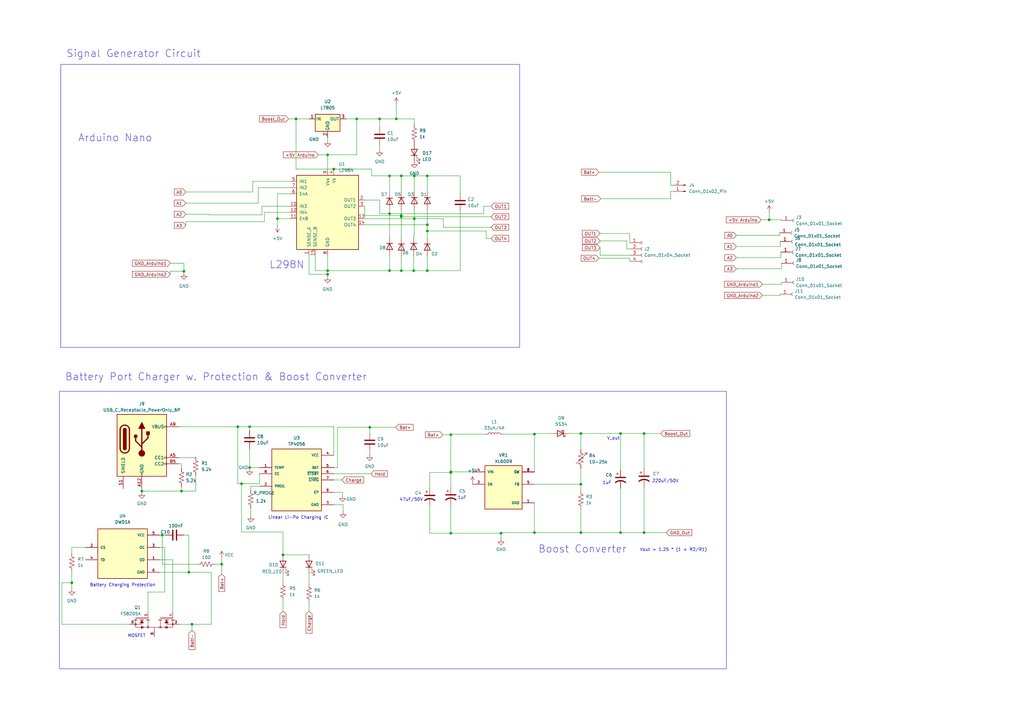
<source format=kicad_sch>
(kicad_sch (version 20230121) (generator eeschema)
  (paper "A3")
  (lib_symbols
    (symbol "Connector:Conn_01x01_Socket" (pin_names (offset 1.016) hide)
      (property "Reference" "J" (at 0 2.54 0))
      (property "Value" "Conn_01x01_Socket" (at 0 -2.54 0))
      (symbol "Conn_01x01_Socket_1_1"
        (pin passive line (at -5.08 0 0) (length 3.81) (name "Pin_1") (number "1"))
      )
    )
    (symbol "Connector:Conn_01x02_Pin" (pin_names (offset 1.016) hide)
      (property "Reference" "J" (at 0 2.54 0))
      (property "Value" "Conn_01x02_Pin" (at 0 -5.08 0))
      (symbol "Conn_01x02_Pin_1_1"
        (pin passive line (at 5.08 0 180) (length 3.81) (name "Pin_1") (number "1"))
        (pin passive line (at 5.08 -2.54 180) (length 3.81) (name "Pin_2") (number "2"))
      )
    )
    (symbol "Connector:Conn_01x04_Socket" (pin_names (offset 1.016) hide)
      (property "Reference" "J" (at 0 5.08 0))
      (property "Value" "Conn_01x04_Socket" (at 0 -7.62 0))
      (symbol "Conn_01x04_Socket_1_1"
        (pin passive line (at -5.08 2.54 0) (length 3.81) (name "Pin_1") (number "1"))
        (pin passive line (at -5.08 0 0) (length 3.81) (name "Pin_2") (number "2"))
        (pin passive line (at -5.08 -2.54 0) (length 3.81) (name "Pin_3") (number "3"))
        (pin passive line (at -5.08 -5.08 0) (length 3.81) (name "Pin_4") (number "4"))
      )
    )
    (symbol "Connector:USB_C_Receptacle_PowerOnly_6P" (pin_names (offset 1.016))
      (property "Reference" "J" (at 0 16.51 0))
      (property "Value" "USB_C_Receptacle_PowerOnly_6P" (at 0 13.97 0))
      (symbol "USB_C_Receptacle_PowerOnly_6P_1_1"
        (pin passive line (at 0 -17.78 90) (length 5.08) (name "GND") (number "A12"))
        (pin bidirectional line (at 15.24 -5.08 180) (length 5.08) (name "CC1") (number "A5"))
        (pin passive line (at 15.24 7.62 180) (length 5.08) (name "VBUS") (number "A9"))
        (pin passive line (at 0 -17.78 90) (length 5.08) hide (name "GND") (number "B12"))
        (pin bidirectional line (at 15.24 -7.62 180) (length 5.08) (name "CC2") (number "B5"))
        (pin passive line (at 15.24 7.62 180) (length 5.08) hide (name "VBUS") (number "B9"))
        (pin passive line (at -7.62 -17.78 90) (length 5.08) (name "SHIELD") (number "S1"))
      )
    )
    (symbol "DW01A:DW01A" (pin_names (offset 1.016))
      (property "Reference" "U" (at -10.16 11.43 0))
      (property "Value" "DW01A" (at -10.16 -12.7 0))
      (symbol "DW01A_0_0"
        (pin output line (at 15.24 -2.54 180) (length 5.08) (name "OD") (number "1"))
        (pin input line (at -15.24 2.54 0) (length 5.08) (name "CS") (number "2"))
        (pin output line (at 15.24 2.54 180) (length 5.08) (name "OC") (number "3"))
        (pin passive line (at -15.24 -2.54 0) (length 5.08) (name "TD") (number "4"))
        (pin power_in line (at 15.24 7.62 180) (length 5.08) (name "VCC") (number "5"))
        (pin power_in line (at 15.24 -7.62 180) (length 5.08) (name "GND") (number "6"))
      )
    )
    (symbol "Device:C" (pin_numbers hide) (pin_names (offset 0.254))
      (property "Reference" "C" (at 0.635 2.54 0))
      (property "Value" "C" (at 0.635 -2.54 0))
      (symbol "C_1_1"
        (pin passive line (at 0 3.81 270) (length 2.794) (name "~") (number "1"))
        (pin passive line (at 0 -3.81 90) (length 2.794) (name "~") (number "2"))
      )
    )
    (symbol "Device:C_Polarized_US" (pin_numbers hide) (pin_names (offset 0.254) hide)
      (property "Reference" "C" (at 0.635 2.54 0))
      (property "Value" "C_Polarized_US" (at 0.635 -2.54 0))
      (symbol "C_Polarized_US_1_1"
        (pin passive line (at 0 3.81 270) (length 2.794) (name "~") (number "1"))
        (pin passive line (at 0 -3.81 90) (length 3.302) (name "~") (number "2"))
      )
    )
    (symbol "Device:D_Schottky" (pin_numbers hide) (pin_names (offset 1.016) hide)
      (property "Reference" "D9" (at -0.3175 -6.096 0))
      (property "Value" "1N5824" (at -0.3175 -3.556 0))
      (symbol "D_Schottky_1_1"
        (pin passive line (at -3.81 0 0) (length 2.54) (name "A") (number "1"))
        (pin passive line (at 3.81 0 180) (length 2.54) (name "B") (number "2"))
      )
    )
    (symbol "Device:L" (pin_numbers hide) (pin_names (offset 1.016) hide)
      (property "Reference" "L" (at -1.27 0 90))
      (property "Value" "L" (at 1.905 0 90))
      (symbol "L_1_1"
        (pin passive line (at 0 3.81 270) (length 1.27) (name "1") (number "1"))
        (pin passive line (at 0 -3.81 90) (length 1.27) (name "2") (number "2"))
      )
    )
    (symbol "Device:LED" (pin_numbers hide) (pin_names (offset 1.016) hide)
      (property "Reference" "D" (at 0 2.54 0))
      (property "Value" "LED" (at 0 -2.54 0))
      (symbol "LED_1_1"
        (pin passive line (at -3.81 0 0) (length 2.54) (name "K") (number "1"))
        (pin passive line (at 3.81 0 180) (length 2.54) (name "A") (number "2"))
      )
    )
    (symbol "Device:R_US" (pin_numbers hide) (pin_names (offset 0))
      (property "Reference" "R" (at 2.54 0 90))
      (property "Value" "R_US" (at -2.54 0 90))
      (symbol "R_US_1_1"
        (pin passive line (at 0 3.81 270) (length 1.27) (name "~") (number "1"))
        (pin passive line (at 0 -3.81 90) (length 1.27) (name "~") (number "2"))
      )
    )
    (symbol "Device:R_Variable_US" (pin_numbers hide) (pin_names (offset 0))
      (property "Reference" "R" (at 2.54 -2.54 90))
      (property "Value" "R_Variable_US" (at -2.54 -1.27 90))
      (symbol "R_Variable_US_1_1"
        (pin passive line (at 0 3.81 270) (length 1.27) (name "~") (number "1"))
        (pin passive line (at 0 -3.81 90) (length 1.27) (name "~") (number "2"))
      )
    )
    (symbol "Diode:1N5400" (pin_numbers hide) (pin_names hide)
      (property "Reference" "D" (at 0 2.54 0))
      (property "Value" "1N5400" (at 0 -2.54 0))
      (symbol "1N5400_1_1"
        (pin passive line (at -3.81 0 0) (length 2.54) (name "K") (number "1"))
        (pin passive line (at 3.81 0 180) (length 2.54) (name "A") (number "2"))
      )
    )
    (symbol "Driver_Motor:L298N" (pin_names (offset 1.016))
      (property "Reference" "U" (at -10.16 16.51 0))
      (property "Value" "L298N" (at 12.7 16.51 0))
      (symbol "L298N_1_1"
        (pin power_in line (at -7.62 -17.78 90) (length 2.54) (name "SENSE_A") (number "1"))
        (pin input line (at -15.24 2.54 0) (length 2.54) (name "IN3") (number "10"))
        (pin input line (at -15.24 -2.54 0) (length 2.54) (name "EnB") (number "11"))
        (pin input line (at -15.24 0 0) (length 2.54) (name "IN4") (number "12"))
        (pin output line (at 15.24 -2.54 180) (length 2.54) (name "OUT3") (number "13"))
        (pin output line (at 15.24 -5.08 180) (length 2.54) (name "OUT4") (number "14"))
        (pin power_in line (at -5.08 -17.78 90) (length 2.54) (name "SENSE_B") (number "15"))
        (pin output line (at 15.24 5.08 180) (length 2.54) (name "OUT1") (number "2"))
        (pin output line (at 15.24 2.54 180) (length 2.54) (name "OUT2") (number "3"))
        (pin power_in line (at 2.54 17.78 270) (length 2.54) (name "Vs") (number "4"))
        (pin input line (at -15.24 12.7 0) (length 2.54) (name "IN1") (number "5"))
        (pin input line (at -15.24 7.62 0) (length 2.54) (name "EnA") (number "6"))
        (pin input line (at -15.24 10.16 0) (length 2.54) (name "IN2") (number "7"))
        (pin power_in line (at 0 -17.78 90) (length 2.54) (name "GND") (number "8"))
        (pin power_in line (at 0 17.78 270) (length 2.54) (name "Vss") (number "9"))
      )
    )
    (symbol "FS8205A:FS8205A" (pin_names (offset 1.016))
      (property "Reference" "Q" (at -11.43 7.62 0))
      (property "Value" "FS8205A" (at -11.43 -12.7 0))
      (symbol "FS8205A_0_0"
        (pin passive line (at 5.08 0 180) (length 2.54) (name "~") (number "1"))
        (pin passive line (at 0 -10.16 90) (length 2.54) (name "~") (number "2"))
        (pin passive line (at 0 -10.16 90) (length 2.54) (name "~") (number "3"))
        (pin passive line (at -5.08 -7.62 0) (length 2.54) (name "~") (number "4"))
        (pin passive line (at -5.08 2.54 0) (length 2.54) (name "~") (number "5"))
        (pin passive line (at 0 10.16 270) (length 2.54) (name "~") (number "6"))
        (pin passive line (at 0 10.16 270) (length 2.54) (name "~") (number "7"))
        (pin passive line (at 5.08 0 180) (length 2.54) (name "~") (number "8"))
      )
    )
    (symbol "Regulator_Linear:L7805" (pin_names (offset 0.254))
      (property "Reference" "U" (at -3.81 3.175 0))
      (property "Value" "L7805" (at 0 3.175 0))
      (symbol "L7805_1_1"
        (pin power_in line (at -7.62 0 0) (length 2.54) (name "IN") (number "1"))
        (pin power_in line (at 0 -7.62 90) (length 2.54) (name "GND") (number "2"))
        (pin power_out line (at 7.62 0 180) (length 2.54) (name "OUT") (number "3"))
      )
    )
    (symbol "TP4056:TP4056" (pin_names (offset 1.016))
      (property "Reference" "U" (at -10.16 13.208 0))
      (property "Value" "TP4056" (at -10.16 -15.24 0))
      (symbol "TP4056_0_0"
        (pin input line (at -15.24 5.08 0) (length 5.08) (name "TEMP") (number "1"))
        (pin bidirectional line (at -15.24 -2.54 0) (length 5.08) (name "PROG") (number "2"))
        (pin power_in line (at 15.24 -10.16 180) (length 5.08) (name "GND") (number "3"))
        (pin power_in line (at 15.24 10.16 180) (length 5.08) (name "VCC") (number "4"))
        (pin output line (at 15.24 5.08 180) (length 5.08) (name "BAT") (number "5"))
        (pin output line (at 15.24 2.54 180) (length 5.08) (name "~{STDBY}") (number "6"))
        (pin output line (at 15.24 0 180) (length 5.08) (name "~{CHRG}") (number "7"))
        (pin input line (at -15.24 2.54 0) (length 5.08) (name "CE") (number "8"))
        (pin passive line (at 15.24 -5.08 180) (length 5.08) (name "EP") (number "9"))
      )
    )
    (symbol "XL6009:XL6009" (pin_names (offset 1.016))
      (property "Reference" "VR" (at -7.62 8.89 0))
      (property "Value" "XL6009" (at -7.62 -11.43 0))
      (symbol "XL6009_0_0"
        (pin power_in line (at 12.7 -7.62 180) (length 5.08) (name "GND") (number "1"))
        (pin input line (at -12.7 0 0) (length 5.08) (name "EN") (number "2"))
        (pin output line (at 12.7 5.08 180) (length 5.08) (name "SW") (number "3"))
        (pin input line (at -12.7 5.08 0) (length 5.08) (name "VIN") (number "4"))
        (pin input line (at 12.7 0 180) (length 5.08) (name "FB") (number "5"))
        (pin output line (at 12.7 5.08 180) (length 5.08) (name "SW") (number "6"))
      )
    )
    (symbol "power:+5V" (power) (pin_names (offset 0))
      (property "Value" "+5V" (at 0 3.556 0))
      (symbol "+5V_1_1"
        (pin power_in line (at 0 0 90) (length 0) hide (name "+5V") (number "1"))
      )
    )
    (symbol "power:GND" (power) (pin_names (offset 0))
      (property "Value" "GND" (at 0 -3.81 0))
      (symbol "GND_1_1"
        (pin power_in line (at 0 0 270) (length 0) hide (name "GND") (number "1"))
      )
    )
    (symbol "power:VCC" (power) (pin_names (offset 0))
      (property "Value" "VCC" (at 0 3.81 0))
      (symbol "VCC_1_1"
        (pin power_in line (at 0 0 90) (length 0) hide (name "VCC") (number "1"))
      )
    )
  )
  (junction (at 159.766 110.998))
  (junction (at 99.06 198.374))
  (junction (at 175.26 110.998))
  (junction (at 58.166 201.422))
  (junction (at 238.252 198.628))
  (junction (at 164.592 110.998))
  (junction (at 169.926 72.136))
  (junction (at 116.078 227.584))
  (junction (at 102.362 191.77))
  (junction (at 184.912 178.308))
  (junction (at 159.766 72.136))
  (junction (at 219.202 218.44))
  (junction (at 75.438 111.252))
  (junction (at 175.26 94.742))
  (junction (at 136.906 69.342))
  (junction (at 159.766 87.63))
  (junction (at 184.912 218.694))
  (junction (at 134.366 63.5))
  (junction (at 205.486 218.694))
  (junction (at 66.548 219.456))
  (junction (at 238.252 218.44))
  (junction (at 264.16 218.44))
  (junction (at 77.47 234.696))
  (junction (at 164.592 88.9))
  (junction (at 315.468 90.17))
  (junction (at 164.592 72.136))
  (junction (at 175.26 92.202))
  (junction (at 254.508 218.44))
  (junction (at 254.508 177.8))
  (junction (at 29.464 239.014))
  (junction (at 121.412 48.768))
  (junction (at 169.672 110.998))
  (junction (at 102.362 175.006))
  (junction (at 264.16 177.8))
  (junction (at 90.932 231.394))
  (junction (at 184.912 193.802))
  (junction (at 146.304 48.768))
  (junction (at 151.638 175.26))
  (junction (at 78.74 256.032))
  (junction (at 155.702 48.768))
  (junction (at 97.536 175.006))
  (junction (at 134.366 112.522))
  (junction (at 169.926 89.662))
  (junction (at 113.792 89.662))
  (junction (at 74.422 201.422))
  (junction (at 175.26 72.136))
  (junction (at 134.366 110.998))
  (junction (at 219.202 178.054))
  (junction (at 164.592 88.392))
  (junction (at 162.56 48.768))
  (junction (at 238.252 177.8))
  (junction (at 184.912 193.548))
  (wire (pts (xy 302.006 96.52) (xy 319.786 96.52)))
  (wire (pts (xy 152.4 69.342) (xy 136.906 69.342)))
  (wire (pts (xy 29.464 239.014) (xy 29.464 241.554)))
  (wire (pts (xy 164.592 88.9) (xy 164.592 97.536)))
  (wire (pts (xy 219.202 178.054) (xy 219.202 193.548)))
  (wire (pts (xy 134.366 110.998) (xy 134.366 112.522)))
  (wire (pts (xy 175.26 72.136) (xy 175.26 78.486)))
  (wire (pts (xy 264.16 177.8) (xy 271.018 177.8)))
  (wire (pts (xy 312.674 116.586) (xy 320.548 116.586)))
  (wire (pts (xy 76.2 78.74) (xy 103.632 78.74)))
  (wire (pts (xy 184.912 178.054) (xy 198.882 178.054)))
  (wire (pts (xy 152.4 72.136) (xy 159.766 72.136)))
  (wire (pts (xy 74.422 201.422) (xy 58.166 201.422)))
  (wire (pts (xy 246.126 101.6) (xy 246.126 104.648)))
  (wire (pts (xy 184.912 178.054) (xy 184.912 178.308)))
  (wire (pts (xy 75.438 107.95) (xy 75.438 111.252)))
  (wire (pts (xy 53.086 256.032) (xy 25.4 256.032)))
  (wire (pts (xy 238.252 198.628) (xy 219.202 198.628)))
  (wire (pts (xy 302.006 105.664) (xy 320.294 105.664)))
  (wire (pts (xy 315.468 86.868) (xy 315.468 90.17)))
  (wire (pts (xy 254.508 192.786) (xy 254.508 177.8)))
  (wire (pts (xy 175.26 94.742) (xy 175.26 97.536)))
  (wire (pts (xy 219.202 206.248) (xy 219.202 218.44)))
  (wire (pts (xy 159.766 87.63) (xy 198.374 87.63)))
  (wire (pts (xy 126.746 235.204) (xy 126.746 239.522)))
  (wire (pts (xy 159.766 104.902) (xy 159.766 110.998)))
  (wire (pts (xy 73.406 175.006) (xy 97.536 175.006)))
  (wire (pts (xy 138.43 175.26) (xy 138.43 191.77)))
  (wire (pts (xy 126.746 247.142) (xy 126.746 250.698)))
  (wire (pts (xy 257.048 102.108) (xy 258.318 102.108)))
  (wire (pts (xy 315.468 90.17) (xy 320.548 90.17)))
  (wire (pts (xy 73.406 190.246) (xy 74.422 190.246)))
  (wire (pts (xy 201.422 88.9) (xy 164.592 88.9)))
  (wire (pts (xy 164.592 72.136) (xy 169.926 72.136)))
  (wire (pts (xy 159.766 86.36) (xy 159.766 87.63)))
  (wire (pts (xy 164.592 88.392) (xy 164.592 88.9)))
  (wire (pts (xy 85.598 87.884) (xy 85.598 88.138)))
  (wire (pts (xy 116.078 218.186) (xy 116.078 227.584)))
  (wire (pts (xy 159.766 87.63) (xy 159.766 97.282)))
  (wire (pts (xy 184.912 193.802) (xy 184.912 199.898)))
  (wire (pts (xy 134.366 112.522) (xy 134.366 113.538)))
  (wire (pts (xy 175.26 72.136) (xy 188.722 72.136)))
  (wire (pts (xy 246.126 95.758) (xy 258.318 95.758)))
  (wire (pts (xy 149.606 89.662) (xy 169.926 89.662)))
  (wire (pts (xy 312.166 90.17) (xy 315.468 90.17)))
  (wire (pts (xy 149.606 84.582) (xy 149.606 88.392)))
  (wire (pts (xy 254.508 177.8) (xy 264.16 177.8)))
  (wire (pts (xy 184.912 193.802) (xy 184.912 193.548)))
  (wire (pts (xy 246.126 98.806) (xy 257.048 98.806)))
  (wire (pts (xy 198.374 84.582) (xy 201.422 84.582)))
  (wire (pts (xy 107.442 84.582) (xy 107.442 88.138)))
  (wire (pts (xy 102.87 200.914) (xy 102.87 199.39)))
  (wire (pts (xy 257.048 98.806) (xy 257.048 102.108)))
  (wire (pts (xy 78.74 256.032) (xy 73.406 256.032)))
  (wire (pts (xy 169.926 96.52) (xy 169.672 96.52)))
  (wire (pts (xy 80.264 195.072) (xy 80.264 201.422)))
  (wire (pts (xy 264.16 199.898) (xy 264.16 218.44)))
  (wire (pts (xy 176.276 207.772) (xy 176.276 218.694)))
  (wire (pts (xy 140.208 196.85) (xy 136.906 196.85)))
  (wire (pts (xy 116.078 235.204) (xy 116.078 238.76)))
  (wire (pts (xy 80.772 231.394) (xy 66.548 231.394)))
  (wire (pts (xy 134.366 104.902) (xy 134.366 110.998)))
  (wire (pts (xy 119.126 87.122) (xy 108.458 87.122)))
  (wire (pts (xy 245.618 105.918) (xy 258.318 105.918)))
  (wire (pts (xy 69.85 111.252) (xy 75.438 111.252)))
  (wire (pts (xy 151.638 185.166) (xy 151.638 186.436)))
  (wire (pts (xy 25.4 256.032) (xy 25.4 239.014)))
  (wire (pts (xy 155.702 48.768) (xy 162.56 48.768)))
  (wire (pts (xy 69.85 112.522) (xy 69.85 111.252)))
  (wire (pts (xy 169.672 104.902) (xy 169.672 110.998)))
  (wire (pts (xy 169.926 89.662) (xy 169.926 96.52)))
  (wire (pts (xy 164.592 110.998) (xy 169.672 110.998)))
  (wire (pts (xy 74.422 199.644) (xy 74.422 201.422)))
  (wire (pts (xy 102.362 175.006) (xy 102.362 176.53)))
  (wire (pts (xy 69.85 107.95) (xy 75.438 107.95)))
  (wire (pts (xy 75.438 111.252) (xy 75.438 112.014)))
  (wire (pts (xy 136.906 175.006) (xy 136.906 186.69)))
  (wire (pts (xy 205.486 218.694) (xy 205.486 218.44)))
  (wire (pts (xy 105.918 83.312) (xy 105.918 76.962)))
  (wire (pts (xy 245.618 70.612) (xy 275.082 70.612)))
  (wire (pts (xy 80.264 187.706) (xy 80.264 187.452)))
  (wire (pts (xy 116.078 246.38) (xy 116.078 250.698)))
  (wire (pts (xy 254.508 200.406) (xy 254.508 218.44)))
  (wire (pts (xy 201.422 93.218) (xy 181.864 93.218)))
  (wire (pts (xy 77.47 219.456) (xy 77.47 234.696)))
  (wire (pts (xy 113.792 92.71) (xy 113.792 89.662)))
  (wire (pts (xy 258.318 95.758) (xy 258.318 99.568)))
  (wire (pts (xy 103.632 74.422) (xy 119.126 74.422)))
  (wire (pts (xy 60.706 242.824) (xy 60.706 250.952)))
  (wire (pts (xy 159.766 110.998) (xy 164.592 110.998)))
  (wire (pts (xy 121.412 69.342) (xy 136.906 69.342)))
  (wire (pts (xy 29.464 224.536) (xy 29.464 226.822)))
  (wire (pts (xy 99.06 198.374) (xy 99.06 218.186)))
  (wire (pts (xy 146.304 48.768) (xy 146.304 63.5)))
  (wire (pts (xy 76.2 87.884) (xy 85.598 87.884)))
  (wire (pts (xy 233.68 177.8) (xy 238.252 177.8)))
  (wire (pts (xy 219.202 177.8) (xy 219.202 178.054)))
  (wire (pts (xy 76.2 83.312) (xy 105.918 83.312)))
  (wire (pts (xy 184.912 207.518) (xy 184.912 218.694)))
  (wire (pts (xy 205.486 220.98) (xy 205.486 218.694)))
  (wire (pts (xy 238.252 218.44) (xy 254.508 218.44)))
  (wire (pts (xy 97.536 198.374) (xy 97.536 175.006)))
  (wire (pts (xy 258.318 105.918) (xy 258.318 107.188)))
  (wire (pts (xy 102.362 191.77) (xy 102.362 192.278)))
  (wire (pts (xy 108.458 87.122) (xy 108.458 90.932)))
  (wire (pts (xy 102.87 208.534) (xy 102.87 211.582)))
  (wire (pts (xy 175.26 105.156) (xy 175.26 110.998)))
  (wire (pts (xy 113.792 89.662) (xy 119.126 89.662)))
  (wire (pts (xy 198.374 87.63) (xy 198.374 84.582)))
  (wire (pts (xy 181.864 89.662) (xy 169.926 89.662)))
  (wire (pts (xy 66.548 231.394) (xy 66.548 219.456)))
  (wire (pts (xy 105.918 76.962) (xy 119.126 76.962)))
  (wire (pts (xy 184.912 193.548) (xy 193.802 193.548)))
  (wire (pts (xy 238.252 192.024) (xy 238.252 198.628)))
  (wire (pts (xy 176.276 218.694) (xy 184.912 218.694)))
  (wire (pts (xy 188.722 110.998) (xy 188.722 86.868)))
  (wire (pts (xy 129.286 104.902) (xy 129.286 110.998)))
  (wire (pts (xy 136.906 207.01) (xy 140.716 207.01)))
  (wire (pts (xy 146.304 48.768) (xy 155.702 48.768)))
  (wire (pts (xy 149.606 82.042) (xy 155.702 82.042)))
  (wire (pts (xy 77.47 234.696) (xy 86.614 234.696)))
  (wire (pts (xy 138.43 175.26) (xy 151.638 175.26)))
  (wire (pts (xy 238.252 177.8) (xy 254.508 177.8)))
  (wire (pts (xy 254.508 218.44) (xy 264.16 218.44)))
  (wire (pts (xy 175.26 86.106) (xy 175.26 92.202)))
  (wire (pts (xy 164.592 72.136) (xy 164.592 78.486)))
  (wire (pts (xy 73.406 187.706) (xy 80.264 187.706)))
  (wire (pts (xy 320.04 121.158) (xy 320.04 120.65)))
  (wire (pts (xy 155.702 48.768) (xy 155.702 52.07)))
  (wire (pts (xy 159.766 72.136) (xy 159.766 78.74)))
  (wire (pts (xy 275.082 78.486) (xy 276.098 78.486)))
  (wire (pts (xy 199.39 97.79) (xy 199.39 94.742)))
  (wire (pts (xy 78.74 256.032) (xy 86.614 256.032)))
  (wire (pts (xy 67.564 224.536) (xy 67.564 242.824)))
  (wire (pts (xy 90.932 231.394) (xy 90.932 235.458)))
  (wire (pts (xy 206.502 178.054) (xy 219.202 178.054)))
  (wire (pts (xy 136.906 194.31) (xy 152.146 194.31)))
  (wire (pts (xy 188.722 72.136) (xy 188.722 79.248)))
  (wire (pts (xy 246.38 81.534) (xy 275.082 81.534)))
  (wire (pts (xy 130.556 63.5) (xy 134.366 63.5)))
  (wire (pts (xy 175.26 92.202) (xy 175.26 94.742)))
  (wire (pts (xy 302.006 110.236) (xy 320.548 110.236)))
  (wire (pts (xy 58.166 201.422) (xy 58.166 201.93)))
  (wire (pts (xy 205.486 218.694) (xy 184.912 218.694)))
  (wire (pts (xy 151.638 175.26) (xy 151.638 177.546)))
  (wire (pts (xy 320.04 101.092) (xy 302.006 101.092)))
  (wire (pts (xy 169.926 48.768) (xy 169.926 51.054)))
  (wire (pts (xy 97.536 175.006) (xy 102.362 175.006)))
  (wire (pts (xy 164.592 105.156) (xy 164.592 110.998)))
  (wire (pts (xy 319.786 96.52) (xy 319.786 95.504)))
  (wire (pts (xy 106.426 198.374) (xy 106.426 194.31)))
  (wire (pts (xy 141.986 48.768) (xy 146.304 48.768)))
  (wire (pts (xy 113.792 79.502) (xy 113.792 89.662)))
  (wire (pts (xy 176.276 193.802) (xy 184.912 193.802)))
  (wire (pts (xy 102.87 199.39) (xy 106.426 199.39)))
  (wire (pts (xy 140.462 201.93) (xy 140.462 203.2)))
  (wire (pts (xy 169.672 110.998) (xy 175.26 110.998)))
  (wire (pts (xy 149.606 92.202) (xy 175.26 92.202)))
  (wire (pts (xy 169.926 72.136) (xy 175.26 72.136)))
  (wire (pts (xy 29.464 224.536) (xy 35.052 224.536)))
  (wire (pts (xy 320.294 105.664) (xy 320.294 103.378)))
  (wire (pts (xy 67.564 242.824) (xy 60.706 242.824)))
  (wire (pts (xy 169.926 72.136) (xy 169.926 78.486)))
  (wire (pts (xy 106.426 191.77) (xy 102.362 191.77)))
  (wire (pts (xy 116.078 227.584) (xy 126.746 227.584)))
  (wire (pts (xy 119.126 79.502) (xy 113.792 79.502)))
  (wire (pts (xy 134.366 63.5) (xy 134.366 69.342)))
  (wire (pts (xy 121.412 48.768) (xy 121.412 69.342)))
  (wire (pts (xy 264.16 218.44) (xy 273.304 218.44)))
  (wire (pts (xy 320.04 99.06) (xy 320.04 101.092)))
  (wire (pts (xy 119.126 84.582) (xy 107.442 84.582)))
  (wire (pts (xy 76.2 90.932) (xy 76.2 92.456)))
  (wire (pts (xy 74.422 190.246) (xy 74.422 192.024)))
  (wire (pts (xy 88.392 231.394) (xy 90.932 231.394)))
  (wire (pts (xy 238.252 177.8) (xy 238.252 184.404)))
  (wire (pts (xy 103.632 78.74) (xy 103.632 74.422)))
  (wire (pts (xy 118.364 48.768) (xy 121.412 48.768)))
  (wire (pts (xy 29.464 234.442) (xy 29.464 239.014)))
  (wire (pts (xy 155.702 59.69) (xy 155.702 61.468)))
  (wire (pts (xy 78.74 258.572) (xy 78.74 256.032)))
  (wire (pts (xy 65.532 219.456) (xy 66.548 219.456)))
  (wire (pts (xy 238.252 208.788) (xy 238.252 218.44)))
  (wire (pts (xy 246.126 104.648) (xy 258.318 104.648)))
  (wire (pts (xy 164.592 86.106) (xy 164.592 88.392)))
  (wire (pts (xy 76.2 90.932) (xy 108.458 90.932)))
  (wire (pts (xy 129.286 110.998) (xy 134.366 110.998)))
  (wire (pts (xy 238.252 198.628) (xy 238.252 201.168)))
  (wire (pts (xy 155.702 82.042) (xy 155.702 87.63)))
  (wire (pts (xy 275.082 75.946) (xy 276.098 75.946)))
  (wire (pts (xy 219.202 177.8) (xy 226.06 177.8)))
  (wire (pts (xy 155.702 87.63) (xy 159.766 87.63)))
  (wire (pts (xy 275.082 81.534) (xy 275.082 78.486)))
  (wire (pts (xy 138.43 191.77) (xy 136.906 191.77)))
  (wire (pts (xy 162.56 42.672) (xy 162.56 48.768)))
  (wire (pts (xy 181.61 178.308) (xy 184.912 178.308)))
  (wire (pts (xy 151.638 175.26) (xy 162.306 175.26)))
  (wire (pts (xy 169.672 96.52) (xy 169.672 97.282)))
  (wire (pts (xy 219.202 218.44) (xy 205.486 218.44)))
  (wire (pts (xy 102.362 184.15) (xy 102.362 191.77)))
  (wire (pts (xy 193.802 198.12) (xy 193.802 198.628)))
  (wire (pts (xy 159.766 72.136) (xy 164.592 72.136)))
  (wire (pts (xy 152.4 72.136) (xy 152.4 69.342)))
  (wire (pts (xy 126.746 112.522) (xy 134.366 112.522)))
  (wire (pts (xy 25.4 239.014) (xy 29.464 239.014)))
  (wire (pts (xy 134.366 63.5) (xy 146.304 63.5)))
  (wire (pts (xy 58.166 200.406) (xy 58.166 201.422)))
  (wire (pts (xy 320.548 110.236) (xy 320.548 107.95)))
  (wire (pts (xy 140.716 207.01) (xy 140.716 209.804)))
  (wire (pts (xy 80.264 201.422) (xy 74.422 201.422)))
  (wire (pts (xy 169.926 86.106) (xy 169.926 89.662)))
  (wire (pts (xy 102.362 175.006) (xy 136.906 175.006)))
  (wire (pts (xy 181.864 93.218) (xy 181.864 89.662)))
  (wire (pts (xy 320.548 90.17) (xy 320.548 90.424)))
  (wire (pts (xy 70.866 229.616) (xy 70.866 250.952)))
  (wire (pts (xy 99.06 218.186) (xy 116.078 218.186)))
  (wire (pts (xy 134.366 110.998) (xy 159.766 110.998)))
  (wire (pts (xy 107.442 88.138) (xy 85.598 88.138)))
  (wire (pts (xy 106.426 198.374) (xy 99.06 198.374)))
  (wire (pts (xy 176.276 200.152) (xy 176.276 193.802)))
  (wire (pts (xy 162.56 48.768) (xy 169.926 48.768)))
  (wire (pts (xy 66.548 219.456) (xy 67.818 219.456)))
  (wire (pts (xy 65.532 229.616) (xy 70.866 229.616)))
  (wire (pts (xy 175.26 110.998) (xy 188.722 110.998)))
  (wire (pts (xy 320.548 116.586) (xy 320.548 115.824)))
  (wire (pts (xy 199.39 94.742) (xy 175.26 94.742)))
  (wire (pts (xy 65.532 224.536) (xy 67.564 224.536)))
  (wire (pts (xy 86.614 234.696) (xy 86.614 256.032)))
  (wire (pts (xy 136.906 201.93) (xy 140.462 201.93)))
  (wire (pts (xy 65.532 234.696) (xy 77.47 234.696)))
  (wire (pts (xy 184.912 178.308) (xy 184.912 193.548)))
  (wire (pts (xy 99.06 198.374) (xy 97.536 198.374)))
  (wire (pts (xy 264.16 192.278) (xy 264.16 177.8)))
  (wire (pts (xy 275.082 70.612) (xy 275.082 75.946)))
  (wire (pts (xy 312.674 121.158) (xy 320.04 121.158)))
  (wire (pts (xy 134.366 56.388) (xy 134.366 57.658)))
  (wire (pts (xy 201.422 97.79) (xy 199.39 97.79)))
  (wire (pts (xy 126.746 104.902) (xy 126.746 112.522)))
  (wire (pts (xy 75.438 219.456) (xy 77.47 219.456)))
  (wire (pts (xy 121.412 48.768) (xy 126.746 48.768)))
  (wire (pts (xy 149.606 88.392) (xy 164.592 88.392)))
  (wire (pts (xy 219.202 218.44) (xy 238.252 218.44)))
  (wire (pts (xy 90.932 231.394) (xy 90.932 228.6)))
  (rectangle (start 24.892 26.416) (end 213.106 142.494))
  (rectangle (start 24.384 160.528) (end 297.942 274.32))
  (text "Battery Charging Protection\n" (at 36.83 240.792 0) (effects (font (size 1.27 1.27)) (justify left bottom)))
  (text "Signal Generator Circuit" (at 27.178 23.876 0) (effects (font (size 3 3)) (justify left bottom)))
  (text "1uF" (at 187.706 204.978 0) (effects (font (size 1.27 1.27)) (justify left bottom)))
  (text "L298N" (at 110.49 110.49 0) (effects (font (size 3 3)) (justify left bottom)))
  (text "Battery Port Charger w. Protection & Boost Converter" (at 26.67 156.464 0) (effects (font (size 3 3)) (justify left bottom)))
  (text "MOSFET" (at 52.324 261.62 0) (effects (font (size 1.27 1.27)) (justify left bottom)))
  (text "Vout = 1.25 * (1 + R2/R1)\n" (at 262.382 226.314 0) (effects (font (size 1.27 1.27)) (justify left bottom)))
  (text "47uF/50V\n" (at 163.83 205.74 0) (effects (font (size 1.27 1.27)) (justify left bottom)))
  (text "V_out" (at 248.92 180.594 0) (effects (font (size 1.27 1.27)) (justify left bottom)))
  (text "Boost Converter" (at 220.726 227.076 0) (effects (font (size 3 3)) (justify left bottom)))
  (text "1uF" (at 247.142 198.882 0) (effects (font (size 1.27 1.27)) (justify left bottom)))
  (text "Linear Li-Po Charging IC " (at 109.982 213.106 0) (effects (font (size 1.27 1.27)) (justify left bottom)))
  (text "220uF/50V" (at 267.462 198.12 0) (effects (font (size 1.27 1.27)) (justify left bottom)))
  (text "Arduino Nano" (at 32.004 58.42 0) (effects (font (size 3 3)) (justify left bottom)))
  (global_label "OUT3" (shape input) (at 246.126 101.6 180) (property "Intersheetrefs" "${INTERSHEET_REFS}" (effects hide)))
  (global_label "+5V Arduino" (shape input) (at 130.556 63.5 180) (property "Intersheetrefs" "${INTERSHEET_REFS}" (effects hide)))
  (global_label "Bat+" (shape input) (at 90.932 235.458 270) (property "Intersheetrefs" "${INTERSHEET_REFS}" (effects hide)))
  (global_label "Charge" (shape input) (at 140.208 196.85 0) (property "Intersheetrefs" "${INTERSHEET_REFS}" (effects hide)))
  (global_label "Hold" (shape input) (at 152.146 194.31 0) (property "Intersheetrefs" "${INTERSHEET_REFS}" (effects hide)))
  (global_label "GND_Arduino2" (shape input) (at 312.674 121.158 180) (property "Intersheetrefs" "${INTERSHEET_REFS}" (effects hide)))
  (global_label "GND_Out" (shape input) (at 273.304 218.44 0) (property "Intersheetrefs" "${INTERSHEET_REFS}" (effects hide)))
  (global_label "Charge" (shape input) (at 126.746 250.698 270) (property "Intersheetrefs" "${INTERSHEET_REFS}" (effects hide)))
  (global_label "A3" (shape input) (at 76.2 92.456 180) (property "Intersheetrefs" "${INTERSHEET_REFS}" (effects hide)))
  (global_label "A1" (shape input) (at 302.006 101.092 180) (property "Intersheetrefs" "${INTERSHEET_REFS}" (effects hide)))
  (global_label "GND_Arduino1" (shape input) (at 312.674 116.586 180) (property "Intersheetrefs" "${INTERSHEET_REFS}" (effects hide)))
  (global_label "GND_Arduino2" (shape input) (at 69.85 112.522 180) (property "Intersheetrefs" "${INTERSHEET_REFS}" (effects hide)))
  (global_label "OUT3" (shape input) (at 201.422 93.218 0) (property "Intersheetrefs" "${INTERSHEET_REFS}" (effects hide)))
  (global_label "A1" (shape input) (at 76.2 83.312 180) (property "Intersheetrefs" "${INTERSHEET_REFS}" (effects hide)))
  (global_label "OUT4" (shape input) (at 201.422 97.79 0) (property "Intersheetrefs" "${INTERSHEET_REFS}" (effects hide)))
  (global_label "A3" (shape input) (at 302.006 110.236 180) (property "Intersheetrefs" "${INTERSHEET_REFS}" (effects hide)))
  (global_label "Hold" (shape input) (at 116.078 250.698 270) (property "Intersheetrefs" "${INTERSHEET_REFS}" (effects hide)))
  (global_label "Bat+" (shape input) (at 181.61 178.308 180) (property "Intersheetrefs" "${INTERSHEET_REFS}" (effects hide)))
  (global_label "Batt-" (shape input) (at 246.38 81.534 180) (property "Intersheetrefs" "${INTERSHEET_REFS}" (effects hide)))
  (global_label "OUT1" (shape input) (at 201.422 84.582 0) (property "Intersheetrefs" "${INTERSHEET_REFS}" (effects hide)))
  (global_label "Bat+" (shape input) (at 245.618 70.612 180) (property "Intersheetrefs" "${INTERSHEET_REFS}" (effects hide)))
  (global_label "Batt-" (shape input) (at 78.74 258.572 270) (property "Intersheetrefs" "${INTERSHEET_REFS}" (effects hide)))
  (global_label "Bat+" (shape input) (at 162.306 175.26 0) (property "Intersheetrefs" "${INTERSHEET_REFS}" (effects hide)))
  (global_label "Boost_Out" (shape input) (at 118.364 48.768 180) (property "Intersheetrefs" "${INTERSHEET_REFS}" (effects hide)))
  (global_label "A2" (shape input) (at 302.006 105.664 180) (property "Intersheetrefs" "${INTERSHEET_REFS}" (effects hide)))
  (global_label "A2" (shape input) (at 76.2 87.884 180) (property "Intersheetrefs" "${INTERSHEET_REFS}" (effects hide)))
  (global_label "Boost_Out" (shape input) (at 271.018 177.8 0) (property "Intersheetrefs" "${INTERSHEET_REFS}" (effects hide)))
  (global_label "OUT4" (shape input) (at 245.618 105.918 180) (property "Intersheetrefs" "${INTERSHEET_REFS}" (effects hide)))
  (global_label "OUT2" (shape input) (at 201.422 88.9 0) (property "Intersheetrefs" "${INTERSHEET_REFS}" (effects hide)))
  (global_label "A0" (shape input) (at 76.2 78.74 180) (property "Intersheetrefs" "${INTERSHEET_REFS}" (effects hide)))
  (global_label "OUT2" (shape input) (at 246.126 98.806 180) (property "Intersheetrefs" "${INTERSHEET_REFS}" (effects hide)))
  (global_label "A0" (shape input) (at 302.006 96.52 180) (property "Intersheetrefs" "${INTERSHEET_REFS}" (effects hide)))
  (global_label "+5V Arduino" (shape input) (at 312.166 90.17 180) (property "Intersheetrefs" "${INTERSHEET_REFS}" (effects hide)))
  (global_label "OUT1" (shape input) (at 246.126 95.758 180) (property "Intersheetrefs" "${INTERSHEET_REFS}" (effects hide)))
  (global_label "GND_Arduino1" (shape input) (at 69.85 107.95 180) (property "Intersheetrefs" "${INTERSHEET_REFS}" (effects hide)))
  (symbol (lib_id "power:GND") (at 155.702 61.468 0) (unit 1)
    (property "Reference" "#PWR06" (effects hide))
    (property "Value" "GND" (at 155.702 66.294 0))
  )
  (symbol (lib_id "Device:LED") (at 126.746 231.394 90) (unit 1)
    (property "Reference" "D11" (at 129.286 231.14 90) (effects (justify right)))
    (property "Value" "GREEN_LED" (at 130.048 234.2515 90) (effects (justify right)))
    (property "Footprint" "LED_SMD:LED_0201_0603Metric_Pad0.64x0.40mm_HandSolder" (effects hide))
  )
  (symbol (lib_id "Device:C_Polarized_US") (at 176.276 203.962 0) (unit 1)
    (property "Reference" "C4" (at 170.18 202.184 0) (effects (justify left)))
    (property "Value" "47uF/50V" (effects hide))
    (property "Footprint" "Capacitor_220uF35V_smaller:CAPAE1050X1050N" (effects hide))
  )
  (symbol (lib_id "Diode:1N5400") (at 164.592 82.296 270) (unit 1)
    (property "Reference" "D5" (at 161.798 79.756 90) (effects (justify left)))
    (property "Value" "1N5400" (effects hide))
    (property "Footprint" "Diode_SMD:D_0603_1608Metric_Pad1.05x0.95mm_HandSolder" (effects hide))
    (property "Datasheet" "http://www.vishay.com/docs/88516/1n5400.pdf" (effects hide))
    (property "Sim.Device" "D" (effects hide))
    (property "Sim.Pins" "1=K 2=A" (effects hide))
  )
  (symbol (lib_id "Device:C") (at 155.702 55.88 0) (unit 1)
    (property "Reference" "C1" (at 158.75 54.61 0) (effects (justify left)))
    (property "Value" "10uF" (at 158.75 57.15 0) (effects (justify left)))
    (property "Footprint" "Capacitor_SMD:C_0603_1608Metric_Pad1.08x0.95mm_HandSolder" (effects hide))
  )
  (symbol (lib_id "Connector:Conn_01x01_Socket") (at 325.12 99.06 0) (unit 1)
    (property "Reference" "J6" (at 325.882 97.79 0) (effects (justify left)))
    (property "Value" "Conn_01x01_Socket" (at 325.882 100.33 0) (effects (justify left)))
    (property "Footprint" "TestPoint:TestPoint_THTPad_1.0x1.0mm_Drill0.5mm" (effects hide))
  )
  (symbol (lib_id "Device:C") (at 71.628 219.456 90) (unit 1)
    (property "Reference" "C10" (at 67.818 218.186 90))
    (property "Value" "100nF" (at 72.136 215.646 90))
    (property "Footprint" "Capacitor_SMD:C_0603_1608Metric_Pad1.08x0.95mm_HandSolder" (effects hide))
  )
  (symbol (lib_id "Driver_Motor:L298N") (at 134.366 87.122 0) (unit 1)
    (property "Reference" "U1" (at 138.8619 67.31 0) (effects (justify left)))
    (property "Value" "L298N" (at 138.8619 69.85 0) (effects (justify left)))
    (property "Footprint" "L298N:TO127P2020X500X2100-15" (effects hide))
    (property "Datasheet" "http://www.st.com/st-web-ui/static/active/en/resource/technical/document/datasheet/CD00000240.pdf" (effects hide))
  )
  (symbol (lib_id "power:GND") (at 102.87 211.582 0) (unit 1)
    (property "Reference" "#PWR013" (effects hide))
    (property "Value" "GND" (at 102.87 216.408 0))
  )
  (symbol (lib_id "Device:R_US") (at 102.87 204.724 0) (unit 1)
    (property "Reference" "R_PROG1" (at 103.886 202.184 0) (effects (justify left)))
    (property "Value" "1.2k" (at 104.902 205.486 0) (effects (justify left)))
    (property "Footprint" "Resistor_SMD:R_0603_1608Metric_Pad0.98x0.95mm_HandSolder" (effects hide))
  )
  (symbol (lib_id "FS8205A:FS8205A") (at 63.246 256.032 90) (mirror x) (unit 1)
    (property "Reference" "Q1" (at 57.8103 249.174 90) (effects (justify left)))
    (property "Value" "FS8205A" (at 57.8103 251.714 90) (effects (justify left)))
    (property "Footprint" "FS8205A:SOP65P640X120-8N" (effects hide))
    (property "MF" "Fortune Semiconductor" (effects hide))
    (property "MAXIMUM_PACKAGE_HEIGHT" "1.2mm" (effects hide))
    (property "Package" "Package" (effects hide))
    (property "Price" "None" (effects hide))
    (property "Check_prices" "https://www.snapeda.com/parts/FS8205A/Fortune+Semiconductor/view-part/?ref=eda" (effects hide))
    (property "STANDARD" "IPC 7351B" (effects hide))
    (property "PARTREV" "1.7" (effects hide))
    (property "SnapEDA_Link" "https://www.snapeda.com/parts/FS8205A/Fortune+Semiconductor/view-part/?ref=snap" (effects hide))
    (property "MP" "FS8205A" (effects hide))
    (property "Description" "\n                        \n                            \n                        \n" (effects hide))
    (property "Availability" "In Stock" (effects hide))
    (property "MANUFACTURER" "Fortune Semiconductor" (effects hide))
  )
  (symbol (lib_id "Device:R_US") (at 116.078 242.57 0) (unit 1)
    (property "Reference" "R5" (at 118.618 241.3 0) (effects (justify left)))
    (property "Value" "1k" (at 118.618 243.84 0) (effects (justify left)))
    (property "Footprint" "Resistor_SMD:R_0603_1608Metric_Pad0.98x0.95mm_HandSolder" (effects hide))
  )
  (symbol (lib_id "Device:R_US") (at 84.582 231.394 90) (unit 1)
    (property "Reference" "R8" (at 84.582 226.06 90))
    (property "Value" "100" (at 84.582 228.6 90))
    (property "Footprint" "Resistor_SMD:R_0603_1608Metric_Pad0.98x0.95mm_HandSolder" (effects hide))
  )
  (symbol (lib_id "Device:LED") (at 169.926 62.484 90) (unit 1)
    (property "Reference" "D17" (at 173.228 62.8015 90) (effects (justify right)))
    (property "Value" "LED" (at 173.228 65.3415 90) (effects (justify right)))
    (property "Footprint" "LED_SMD:LED_0201_0603Metric_Pad0.64x0.40mm_HandSolder" (effects hide))
  )
  (symbol (lib_id "TP4056:TP4056") (at 121.666 196.85 0) (unit 1)
    (property "Reference" "U3" (at 121.666 179.578 0))
    (property "Value" "TP4056" (at 121.666 182.118 0))
    (property "Footprint" "TP4056:SOP127P600X175-9N" (effects hide))
    (property "MF" "NanJing Top Power ASIC Corp." (effects hide))
    (property "MAXIMUM_PACKAGE_HEIGHT" "1.75mm" (effects hide))
    (property "Package" "Package" (effects hide))
    (property "Price" "None" (effects hide))
    (property "Check_prices" "https://www.snapeda.com/parts/TP4056/NanJing+Top+Power+ASIC+Corp./view-part/?ref=eda" (effects hide))
    (property "STANDARD" "IPC 7351B" (effects hide))
    (property "SnapEDA_Link" "https://www.snapeda.com/parts/TP4056/NanJing+Top+Power+ASIC+Corp./view-part/?ref=snap" (effects hide))
    (property "MP" "TP4056" (effects hide))
    (property "Description" "\n                        \n                            Complete single cell Li-Ion battery with a constant current / constant voltage linear charger\n                        \n" (effects hide))
    (property "Availability" "Not in stock" (effects hide))
    (property "MANUFACTURER" "NanJing Top Power ASIC Corp." (effects hide))
  )
  (symbol (lib_id "Device:C_Polarized_US") (at 264.16 196.088 0) (unit 1)
    (property "Reference" "C7" (at 267.716 194.31 0) (effects (justify left)))
    (property "Value" "220uF/50V" (effects hide))
    (property "Footprint" "Capacitor_220uF35V_smaller:CAPAE1050X1050N" (effects hide))
  )
  (symbol (lib_id "power:+5V") (at 315.468 86.868 0) (unit 1)
    (property "Reference" "#PWR017" (effects hide))
    (property "Value" "+5V" (at 315.468 82.55 0))
  )
  (symbol (lib_id "Device:L") (at 202.692 178.054 90) (unit 1)
    (property "Reference" "L1" (at 202.692 172.974 90))
    (property "Value" "33uh/4A" (at 202.692 175.514 90))
    (property "Footprint" "Inductor_SMD:L_7.3x7.3_H3.5" (effects hide))
  )
  (symbol (lib_id "power:GND") (at 140.716 209.804 0) (unit 1)
    (property "Reference" "#PWR012" (effects hide))
    (property "Value" "GND" (at 140.716 215.138 0))
  )
  (symbol (lib_id "Connector:Conn_01x01_Socket") (at 325.628 90.424 0) (unit 1)
    (property "Reference" "J3" (at 326.39 89.154 0) (effects (justify left)))
    (property "Value" "Conn_01x01_Socket" (at 326.39 91.694 0) (effects (justify left)))
    (property "Footprint" "TestPoint:TestPoint_THTPad_1.0x1.0mm_Drill0.5mm" (effects hide))
  )
  (symbol (lib_id "Device:C") (at 188.722 83.058 0) (unit 1)
    (property "Reference" "C2" (at 191.77 81.788 0) (effects (justify left)))
    (property "Value" "10uF" (at 191.77 84.328 0) (effects (justify left)))
    (property "Footprint" "Capacitor_SMD:C_0603_1608Metric_Pad1.08x0.95mm_HandSolder" (effects hide))
  )
  (symbol (lib_id "Diode:1N5400") (at 169.926 82.296 270) (unit 1)
    (property "Reference" "D3" (at 167.132 79.756 90) (effects (justify left)))
    (property "Value" "1N5400" (effects hide))
    (property "Footprint" "Diode_SMD:D_0603_1608Metric_Pad1.05x0.95mm_HandSolder" (effects hide))
    (property "Sim.Device" "D" (effects hide))
    (property "Sim.Pins" "1=K 2=A" (effects hide))
  )
  (symbol (lib_id "power:GND") (at 134.366 57.658 0) (unit 1)
    (property "Reference" "#PWR02" (effects hide))
    (property "Value" "GND" (at 128.778 57.15 0))
  )
  (symbol (lib_id "Device:C") (at 102.362 180.34 0) (unit 1)
    (property "Reference" "C8" (at 105.41 179.07 0) (effects (justify left)))
    (property "Value" "10uF" (at 105.41 181.61 0) (effects (justify left)))
    (property "Footprint" "Capacitor_SMD:C_0201_0603Metric_Pad0.64x0.40mm_HandSolder" (effects hide))
  )
  (symbol (lib_id "Diode:1N5400") (at 159.766 101.092 270) (unit 1)
    (property "Reference" "D8" (at 158.242 101.6 90) (effects (justify right)))
    (property "Value" "1N5400" (effects hide))
    (property "Footprint" "Diode_SMD:D_0603_1608Metric_Pad1.05x0.95mm_HandSolder" (effects hide))
    (property "Datasheet" "http://www.vishay.com/docs/88516/1n5400.pdf" (effects hide))
    (property "Sim.Device" "D" (effects hide))
    (property "Sim.Pins" "1=K 2=A" (effects hide))
  )
  (symbol (lib_id "Device:R_US") (at 126.746 243.332 0) (unit 1)
    (property "Reference" "R6" (at 128.778 242.062 0) (effects (justify left)))
    (property "Value" "1k" (at 128.778 244.602 0) (effects (justify left)))
    (property "Footprint" "Resistor_SMD:R_0603_1608Metric_Pad0.98x0.95mm_HandSolder" (effects hide))
  )
  (symbol (lib_id "Diode:1N5400") (at 164.592 101.346 270) (unit 1)
    (property "Reference" "D6" (at 167.64 103.632 90) (effects (justify right)))
    (property "Value" "1N5400" (effects hide))
    (property "Footprint" "Diode_SMD:D_0603_1608Metric_Pad1.05x0.95mm_HandSolder" (effects hide))
    (property "Datasheet" "http://www.vishay.com/docs/88516/1n5400.pdf" (effects hide))
    (property "Sim.Device" "D" (effects hide))
    (property "Sim.Pins" "1=K 2=A" (effects hide))
  )
  (symbol (lib_id "Device:LED") (at 116.078 231.394 90) (unit 1)
    (property "Reference" "D10" (at 110.236 231.648 90) (effects (justify right)))
    (property "Value" "RED_LED" (at 107.442 234.442 90) (effects (justify right)))
    (property "Footprint" "LED_SMD:LED_0201_0603Metric_Pad0.64x0.40mm_HandSolder" (effects hide))
  )
  (symbol (lib_id "Diode:1N5400") (at 175.26 101.346 270) (unit 1)
    (property "Reference" "D2" (at 179.578 104.14 90) (effects (justify right)))
    (property "Value" "1N5400" (effects hide))
    (property "Footprint" "Diode_SMD:D_0603_1608Metric_Pad1.05x0.95mm_HandSolder" (effects hide))
    (property "Datasheet" "http://www.vishay.com/docs/88516/1n5400.pdf" (effects hide))
    (property "Sim.Device" "D" (effects hide))
    (property "Sim.Pins" "1=K 2=A" (effects hide))
  )
  (symbol (lib_id "power:GND") (at 75.438 112.014 0) (unit 1)
    (property "Reference" "#PWR05" (effects hide))
    (property "Value" "GND" (at 75.438 117.348 0))
  )
  (symbol (lib_id "Device:D_Schottky") (at 229.87 177.8 180) (unit 1)
    (property "Reference" "D9" (at 230.1875 171.45 0))
    (property "Value" "SS34" (at 230.1875 173.99 0))
    (property "Footprint" "KiCad:DIOM8059X256N" (effects hide))
  )
  (symbol (lib_id "Regulator_Linear:L7805") (at 134.366 48.768 0) (unit 1)
    (property "Reference" "U2" (at 134.366 41.656 0))
    (property "Value" "L7805" (at 134.366 44.196 0))
    (property "Footprint" "L78M05CDT:VREG_L78M05CDT" (effects hide))
    (property "Datasheet" "http://www.st.com/content/ccc/resource/technical/document/datasheet/41/4f/b3/b0/12/d4/47/88/CD00000444.pdf/files/CD00000444.pdf/jcr:content/translations/en.CD00000444.pdf" (effects hide))
  )
  (symbol (lib_id "Connector:Conn_01x01_Socket") (at 325.628 107.95 0) (unit 1)
    (property "Reference" "J8" (at 326.39 106.68 0) (effects (justify left)))
    (property "Value" "Conn_01x01_Socket" (at 326.39 109.22 0) (effects (justify left)))
    (property "Footprint" "TestPoint:TestPoint_THTPad_1.0x1.0mm_Drill0.5mm" (effects hide))
  )
  (symbol (lib_id "Device:R_Variable_US") (at 238.252 188.214 0) (unit 1)
    (property "Reference" "R4" (at 241.554 186.9059 0) (effects (justify left)))
    (property "Value" "10-25k" (at 241.554 189.4459 0) (effects (justify left)))
    (property "Footprint" "Potentiometer_SMD:Potentiometer_Bourns_3224X_Vertical" (effects hide))
  )
  (symbol (lib_id "XL6009:XL6009") (at 206.502 198.628 0) (unit 1)
    (property "Reference" "VR1" (at 206.502 186.69 0))
    (property "Value" "XL6009" (at 206.502 189.23 0))
    (property "Footprint" "XL6009:DPAK170P1435X465-6N" (effects hide))
    (property "MF" "XLSEMI" (effects hide))
    (property "MAXIMUM_PACKAGE_HEIGHT" "4.65mm" (effects hide))
    (property "Package" "TO-263-5L XLSEMI" (effects hide))
    (property "Price" "None" (effects hide))
    (property "Check_prices" "https://www.snapeda.com/parts/XL6009/XLSEMI/view-part/?ref=eda" (effects hide))
    (property "STANDARD" "IPC-7351B" (effects hide))
    (property "PARTREV" "1.1" (effects hide))
    (property "SnapEDA_Link" "https://www.snapeda.com/parts/XL6009/XLSEMI/view-part/?ref=snap" (effects hide))
    (property "MP" "XL6009" (effects hide))
    (property "Description" "\n                        \n                            The XL6009 regulator is a wide input range, current mode, DC/DC converter which is capable of generating either positive or negative output voltages.\n                        \n" (effects hide))
    (property "Availability" "In Stock" (effects hide))
    (property "MANUFACTURER" "XLSEMI" (effects hide))
  )
  (symbol (lib_id "Device:R_US") (at 169.926 54.864 0) (unit 1)
    (property "Reference" "R9" (at 171.958 53.594 0) (effects (justify left)))
    (property "Value" "1k" (at 171.958 56.134 0) (effects (justify left)))
    (property "Footprint" "Resistor_SMD:R_0603_1608Metric_Pad0.98x0.95mm_HandSolder" (effects hide))
  )
  (symbol (lib_id "power:+5V") (at 193.802 198.12 0) (unit 1)
    (property "Reference" "#PWR018" (effects hide))
    (property "Value" "+5V" (at 193.802 193.04 0))
  )
  (symbol (lib_id "power:GND") (at 102.362 192.278 0) (unit 1)
    (property "Reference" "#PWR010" (effects hide))
    (property "Value" "GND" (at 99.822 191.77 0))
  )
  (symbol (lib_id "Device:R_US") (at 80.264 191.262 0) (unit 1)
    (property "Reference" "R1" (at 82.55 189.992 0) (effects (justify left)))
    (property "Value" "5.2k" (at 82.55 192.532 0) (effects (justify left)))
    (property "Footprint" "Resistor_SMD:R_0603_1608Metric_Pad0.98x0.95mm_HandSolder" (effects hide))
  )
  (symbol (lib_id "Device:R_US") (at 29.464 230.632 0) (unit 1)
    (property "Reference" "R7" (at 31.75 229.362 0) (effects (justify left)))
    (property "Value" "1k" (at 31.75 231.902 0) (effects (justify left)))
    (property "Footprint" "Resistor_SMD:R_0603_1608Metric_Pad0.98x0.95mm_HandSolder" (effects hide))
  )
  (symbol (lib_id "Device:R_US") (at 74.422 195.834 0) (unit 1)
    (property "Reference" "R2" (at 76.2 194.564 0) (effects (justify left)))
    (property "Value" "5.2k" (at 76.2 197.104 0) (effects (justify left)))
    (property "Footprint" "Resistor_SMD:R_0603_1608Metric_Pad0.98x0.95mm_HandSolder" (effects hide))
  )
  (symbol (lib_id "Device:C") (at 151.638 181.356 0) (unit 1)
    (property "Reference" "C9" (at 154.686 180.086 0) (effects (justify left)))
    (property "Value" "10uF" (at 154.686 182.626 0) (effects (justify left)))
    (property "Footprint" "Capacitor_SMD:C_0201_0603Metric_Pad0.64x0.40mm_HandSolder" (effects hide))
  )
  (symbol (lib_id "power:+5V") (at 113.792 92.71 180) (unit 1)
    (property "Reference" "#PWR03" (effects hide))
    (property "Value" "+5V" (at 113.792 97.79 0))
  )
  (symbol (lib_id "Connector:Conn_01x01_Socket") (at 325.374 103.378 0) (unit 1)
    (property "Reference" "J7" (at 326.136 102.108 0) (effects (justify left)))
    (property "Value" "Conn_01x01_Socket" (at 326.136 104.648 0) (effects (justify left)))
    (property "Footprint" "TestPoint:TestPoint_THTPad_1.0x1.0mm_Drill0.5mm" (effects hide))
  )
  (symbol (lib_id "power:GND") (at 151.638 186.436 0) (unit 1)
    (property "Reference" "#PWR014" (effects hide))
    (property "Value" "GND" (at 151.638 191.262 0))
  )
  (symbol (lib_id "Connector:USB_C_Receptacle_PowerOnly_6P") (at 58.166 182.626 0) (unit 1)
    (property "Reference" "J9" (at 58.166 165.608 0))
    (property "Value" "USB_C_Receptacle_PowerOnly_6P" (at 58.166 168.148 0))
    (property "Footprint" "Connector_USB:USB_C_Receptacle_GCT_USB4135-GF-A_6P_TopMnt_Horizontal" (effects hide))
    (property "Datasheet" "https://www.usb.org/sites/default/files/documents/usb_type-c.zip" (effects hide))
  )
  (symbol (lib_id "power:GND") (at 169.926 66.294 0) (unit 1)
    (property "Reference" "#PWR07" (effects hide))
    (property "Value" "GND" (at 169.926 71.12 0))
  )
  (symbol (lib_id "Device:C_Polarized_US") (at 254.508 196.596 0) (unit 1)
    (property "Reference" "C6" (at 248.412 194.818 0) (effects (justify left)))
    (property "Value" "1uF" (effects hide))
    (property "Footprint" "Capacitor_SMD:C_0603_1608Metric_Pad1.08x0.95mm_HandSolder" (effects hide))
  )
  (symbol (lib_id "power:GND") (at 140.462 203.2 0) (unit 1)
    (property "Reference" "#PWR04" (effects hide))
    (property "Value" "GND" (at 144.018 204.724 0))
  )
  (symbol (lib_id "Device:C_Polarized_US") (at 184.912 203.708 0) (unit 1)
    (property "Reference" "C5" (at 188.214 201.422 0) (effects (justify left)))
    (property "Value" "1uF" (effects hide))
    (property "Footprint" "Capacitor_SMD:C_0201_0603Metric_Pad0.64x0.40mm_HandSolder" (effects hide))
  )
  (symbol (lib_id "Device:R_US") (at 238.252 204.978 0) (unit 1)
    (property "Reference" "R3" (at 240.284 203.708 0) (effects (justify left)))
    (property "Value" "1k" (at 240.284 206.248 0) (effects (justify left)))
    (property "Footprint" "Resistor_SMD:R_0603_1608Metric_Pad0.98x0.95mm_HandSolder" (effects hide))
  )
  (symbol (lib_id "Connector:Conn_01x01_Socket") (at 325.12 120.65 0) (unit 1)
    (property "Reference" "J11" (at 325.882 119.38 0) (effects (justify left)))
    (property "Value" "Conn_01x01_Socket" (at 325.882 121.92 0) (effects (justify left)))
    (property "Footprint" "TestPoint:TestPoint_THTPad_1.0x1.0mm_Drill0.5mm" (effects hide))
  )
  (symbol (lib_id "power:GND") (at 134.366 113.538 0) (unit 1)
    (property "Reference" "#PWR01" (effects hide))
    (property "Value" "GND" (at 134.366 118.618 0))
  )
  (symbol (lib_id "Connector:Conn_01x04_Socket") (at 263.398 102.108 0) (unit 1)
    (property "Reference" "J2" (at 264.16 102.108 0) (effects (justify left)))
    (property "Value" "Conn_01x04_Socket" (at 264.16 104.648 0) (effects (justify left)))
    (property "Footprint" "Connector_PinHeader_1.00mm:PinHeader_1x04_P1.00mm_Vertical" (effects hide))
  )
  (symbol (lib_id "power:GND") (at 205.486 220.98 0) (unit 1)
    (property "Reference" "#PWR09" (effects hide))
    (property "Value" "GND" (at 205.486 225.298 0))
  )
  (symbol (lib_id "Connector:Conn_01x01_Socket") (at 324.866 95.504 0) (unit 1)
    (property "Reference" "J5" (at 325.628 94.234 0) (effects (justify left)))
    (property "Value" "Conn_01x01_Socket" (at 325.628 96.774 0) (effects (justify left)))
    (property "Footprint" "TestPoint:TestPoint_THTPad_1.0x1.0mm_Drill0.5mm" (effects hide))
  )
  (symbol (lib_id "power:VCC") (at 90.932 228.6 0) (unit 1)
    (property "Reference" "#PWR016" (effects hide))
    (property "Value" "VCC" (at 93.98 227.584 0))
  )
  (symbol (lib_id "Diode:1N5400") (at 175.26 82.296 270) (unit 1)
    (property "Reference" "D1" (at 172.466 79.756 90) (effects (justify left)))
    (property "Value" "1N5400" (effects hide))
    (property "Footprint" "Diode_SMD:D_0603_1608Metric_Pad1.05x0.95mm_HandSolder" (effects hide))
    (property "Datasheet" "http://www.vishay.com/docs/88516/1n5400.pdf" (effects hide))
    (property "Sim.Device" "D" (effects hide))
    (property "Sim.Pins" "1=K 2=A" (effects hide))
  )
  (symbol (lib_id "power:GND") (at 29.464 241.554 0) (unit 1)
    (property "Reference" "#PWR015" (effects hide))
    (property "Value" "GND" (at 29.464 246.38 0))
  )
  (symbol (lib_id "Connector:Conn_01x01_Socket") (at 325.628 115.824 0) (unit 1)
    (property "Reference" "J10" (at 326.39 114.554 0) (effects (justify left)))
    (property "Value" "Conn_01x01_Socket" (at 326.39 117.094 0) (effects (justify left)))
    (property "Footprint" "TestPoint:TestPoint_THTPad_1.0x1.0mm_Drill0.5mm" (effects hide))
  )
  (symbol (lib_id "Diode:1N5400") (at 169.672 101.092 270) (unit 1)
    (property "Reference" "D4" (at 173.228 104.14 90) (effects (justify right)))
    (property "Value" "1N5400" (effects hide))
    (property "Footprint" "Diode_SMD:D_0603_1608Metric_Pad1.05x0.95mm_HandSolder" (effects hide))
    (property "Datasheet" "http://www.vishay.com/docs/88516/1n5400.pdf" (effects hide))
    (property "Sim.Device" "D" (effects hide))
    (property "Sim.Pins" "1=K 2=A" (effects hide))
  )
  (symbol (lib_id "power:+5V") (at 162.56 42.672 0) (unit 1)
    (property "Reference" "#PWR08" (effects hide))
    (property "Value" "+5V" (at 162.56 38.1 0))
  )
  (symbol (lib_id "power:GND") (at 58.166 201.93 0) (unit 1)
    (property "Reference" "#PWR011" (effects hide))
    (property "Value" "GND" (at 58.166 206.502 0))
  )
  (symbol (lib_id "DW01A:DW01A") (at 50.292 227.076 0) (unit 1)
    (property "Reference" "U4" (at 50.292 211.582 0))
    (property "Value" "DW01A" (at 50.292 214.122 0))
    (property "Footprint" "DW01A:SOT95P280X145-6N" (effects hide))
    (property "MF" "Fortune Semiconductor" (effects hide))
    (property "SNAPEDA_PACKAGE_ID" "103849" (effects hide))
    (property "Package" "SOT-23-6 Fortune Semiconductor" (effects hide))
    (property "Price" "None" (effects hide))
    (property "Check_prices" "https://www.snapeda.com/parts/DW01A/Fortune+Semiconductor/view-part/?ref=eda" (effects hide))
    (property "STANDARD" "IPC 7351B" (effects hide))
    (property "PARTREV" "1.8" (effects hide))
    (property "SnapEDA_Link" "https://www.snapeda.com/parts/DW01A/Fortune+Semiconductor/view-part/?ref=snap" (effects hide))
    (property "MP" "DW01A" (effects hide))
    (property "Description" "\n                        \n                            One Cell Lithium-ion/Polymer Battery Protection IC\n                        \n" (effects hide))
    (property "MANUFACTURER" "Fortune Semiconductor" (effects hide))
    (property "Availability" "Not in stock" (effects hide))
    (property "MAXIMUM_PACKAGE_HEIGHT" "1.45mm" (effects hide))
  )
  (symbol (lib_id "Diode:1N5400") (at 159.766 82.55 270) (unit 1)
    (property "Reference" "D7" (at 156.21 79.756 90) (effects (justify left)))
    (property "Value" "1N5400" (effects hide))
    (property "Footprint" "Diode_SMD:D_0603_1608Metric_Pad1.05x0.95mm_HandSolder" (effects hide))
    (property "Datasheet" "http://www.vishay.com/docs/88516/1n5400.pdf" (effects hide))
    (property "Sim.Device" "D" (effects hide))
    (property "Sim.Pins" "1=K 2=A" (effects hide))
  )
  (symbol (lib_id "Connector:Conn_01x02_Pin") (at 281.178 78.486 180) (unit 1)
    (property "Reference" "J4" (at 282.448 75.946 0) (effects (justify right)))
    (property "Value" "Conn_01x02_Pin" (at 282.448 78.486 0) (effects (justify right)))
    (property "Footprint" "Connector_JST:JST_EH_S2B-EH_1x02_P2.50mm_Horizontal" (effects hide))
  )
)
</source>
